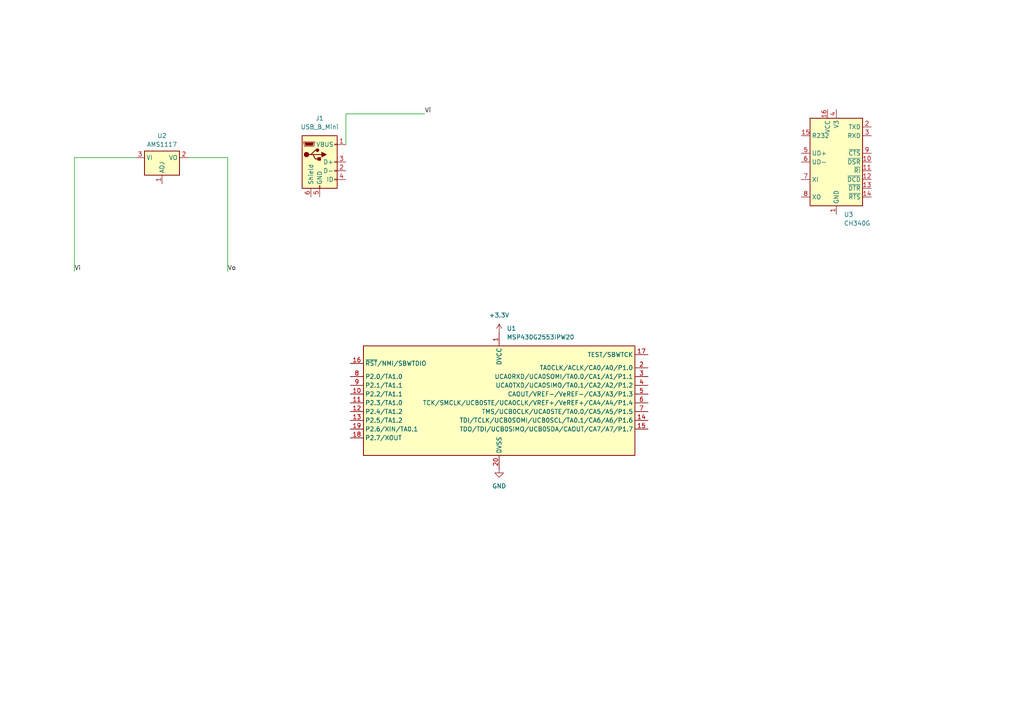
<source format=kicad_sch>
(kicad_sch
	(version 20231120)
	(generator "eeschema")
	(generator_version "8.0")
	(uuid "c62bcfe7-30a1-4857-b645-a89b3e882dad")
	(paper "A4")
	(lib_symbols
		(symbol "Connector:USB_B_Mini"
			(pin_names
				(offset 1.016)
			)
			(exclude_from_sim no)
			(in_bom yes)
			(on_board yes)
			(property "Reference" "J"
				(at -5.08 11.43 0)
				(effects
					(font
						(size 1.27 1.27)
					)
					(justify left)
				)
			)
			(property "Value" "USB_B_Mini"
				(at -5.08 8.89 0)
				(effects
					(font
						(size 1.27 1.27)
					)
					(justify left)
				)
			)
			(property "Footprint" ""
				(at 3.81 -1.27 0)
				(effects
					(font
						(size 1.27 1.27)
					)
					(hide yes)
				)
			)
			(property "Datasheet" "~"
				(at 3.81 -1.27 0)
				(effects
					(font
						(size 1.27 1.27)
					)
					(hide yes)
				)
			)
			(property "Description" "USB Mini Type B connector"
				(at 0 0 0)
				(effects
					(font
						(size 1.27 1.27)
					)
					(hide yes)
				)
			)
			(property "ki_keywords" "connector USB mini"
				(at 0 0 0)
				(effects
					(font
						(size 1.27 1.27)
					)
					(hide yes)
				)
			)
			(property "ki_fp_filters" "USB*"
				(at 0 0 0)
				(effects
					(font
						(size 1.27 1.27)
					)
					(hide yes)
				)
			)
			(symbol "USB_B_Mini_0_1"
				(rectangle
					(start -5.08 -7.62)
					(end 5.08 7.62)
					(stroke
						(width 0.254)
						(type default)
					)
					(fill
						(type background)
					)
				)
				(circle
					(center -3.81 2.159)
					(radius 0.635)
					(stroke
						(width 0.254)
						(type default)
					)
					(fill
						(type outline)
					)
				)
				(circle
					(center -0.635 3.429)
					(radius 0.381)
					(stroke
						(width 0.254)
						(type default)
					)
					(fill
						(type outline)
					)
				)
				(rectangle
					(start -0.127 -7.62)
					(end 0.127 -6.858)
					(stroke
						(width 0)
						(type default)
					)
					(fill
						(type none)
					)
				)
				(polyline
					(pts
						(xy -1.905 2.159) (xy 0.635 2.159)
					)
					(stroke
						(width 0.254)
						(type default)
					)
					(fill
						(type none)
					)
				)
				(polyline
					(pts
						(xy -3.175 2.159) (xy -2.54 2.159) (xy -1.27 3.429) (xy -0.635 3.429)
					)
					(stroke
						(width 0.254)
						(type default)
					)
					(fill
						(type none)
					)
				)
				(polyline
					(pts
						(xy -2.54 2.159) (xy -1.905 2.159) (xy -1.27 0.889) (xy 0 0.889)
					)
					(stroke
						(width 0.254)
						(type default)
					)
					(fill
						(type none)
					)
				)
				(polyline
					(pts
						(xy 0.635 2.794) (xy 0.635 1.524) (xy 1.905 2.159) (xy 0.635 2.794)
					)
					(stroke
						(width 0.254)
						(type default)
					)
					(fill
						(type outline)
					)
				)
				(polyline
					(pts
						(xy -4.318 5.588) (xy -1.778 5.588) (xy -2.032 4.826) (xy -4.064 4.826) (xy -4.318 5.588)
					)
					(stroke
						(width 0)
						(type default)
					)
					(fill
						(type outline)
					)
				)
				(polyline
					(pts
						(xy -4.699 5.842) (xy -4.699 5.588) (xy -4.445 4.826) (xy -4.445 4.572) (xy -1.651 4.572) (xy -1.651 4.826)
						(xy -1.397 5.588) (xy -1.397 5.842) (xy -4.699 5.842)
					)
					(stroke
						(width 0)
						(type default)
					)
					(fill
						(type none)
					)
				)
				(rectangle
					(start 0.254 1.27)
					(end -0.508 0.508)
					(stroke
						(width 0.254)
						(type default)
					)
					(fill
						(type outline)
					)
				)
				(rectangle
					(start 5.08 -5.207)
					(end 4.318 -4.953)
					(stroke
						(width 0)
						(type default)
					)
					(fill
						(type none)
					)
				)
				(rectangle
					(start 5.08 -2.667)
					(end 4.318 -2.413)
					(stroke
						(width 0)
						(type default)
					)
					(fill
						(type none)
					)
				)
				(rectangle
					(start 5.08 -0.127)
					(end 4.318 0.127)
					(stroke
						(width 0)
						(type default)
					)
					(fill
						(type none)
					)
				)
				(rectangle
					(start 5.08 4.953)
					(end 4.318 5.207)
					(stroke
						(width 0)
						(type default)
					)
					(fill
						(type none)
					)
				)
			)
			(symbol "USB_B_Mini_1_1"
				(pin power_out line
					(at 7.62 5.08 180)
					(length 2.54)
					(name "VBUS"
						(effects
							(font
								(size 1.27 1.27)
							)
						)
					)
					(number "1"
						(effects
							(font
								(size 1.27 1.27)
							)
						)
					)
				)
				(pin bidirectional line
					(at 7.62 -2.54 180)
					(length 2.54)
					(name "D-"
						(effects
							(font
								(size 1.27 1.27)
							)
						)
					)
					(number "2"
						(effects
							(font
								(size 1.27 1.27)
							)
						)
					)
				)
				(pin bidirectional line
					(at 7.62 0 180)
					(length 2.54)
					(name "D+"
						(effects
							(font
								(size 1.27 1.27)
							)
						)
					)
					(number "3"
						(effects
							(font
								(size 1.27 1.27)
							)
						)
					)
				)
				(pin passive line
					(at 7.62 -5.08 180)
					(length 2.54)
					(name "ID"
						(effects
							(font
								(size 1.27 1.27)
							)
						)
					)
					(number "4"
						(effects
							(font
								(size 1.27 1.27)
							)
						)
					)
				)
				(pin power_out line
					(at 0 -10.16 90)
					(length 2.54)
					(name "GND"
						(effects
							(font
								(size 1.27 1.27)
							)
						)
					)
					(number "5"
						(effects
							(font
								(size 1.27 1.27)
							)
						)
					)
				)
				(pin passive line
					(at -2.54 -10.16 90)
					(length 2.54)
					(name "Shield"
						(effects
							(font
								(size 1.27 1.27)
							)
						)
					)
					(number "6"
						(effects
							(font
								(size 1.27 1.27)
							)
						)
					)
				)
			)
		)
		(symbol "Interface_USB:CH340G"
			(exclude_from_sim no)
			(in_bom yes)
			(on_board yes)
			(property "Reference" "U"
				(at -5.08 13.97 0)
				(effects
					(font
						(size 1.27 1.27)
					)
					(justify right)
				)
			)
			(property "Value" "CH340G"
				(at 1.27 13.97 0)
				(effects
					(font
						(size 1.27 1.27)
					)
					(justify left)
				)
			)
			(property "Footprint" "Package_SO:SOIC-16_3.9x9.9mm_P1.27mm"
				(at 1.27 -13.97 0)
				(effects
					(font
						(size 1.27 1.27)
					)
					(justify left)
					(hide yes)
				)
			)
			(property "Datasheet" "http://www.datasheet5.com/pdf-local-2195953"
				(at -8.89 20.32 0)
				(effects
					(font
						(size 1.27 1.27)
					)
					(hide yes)
				)
			)
			(property "Description" "USB serial converter, UART, SOIC-16"
				(at 0 0 0)
				(effects
					(font
						(size 1.27 1.27)
					)
					(hide yes)
				)
			)
			(property "ki_keywords" "USB UART Serial Converter Interface"
				(at 0 0 0)
				(effects
					(font
						(size 1.27 1.27)
					)
					(hide yes)
				)
			)
			(property "ki_fp_filters" "SOIC*3.9x9.9mm*P1.27mm*"
				(at 0 0 0)
				(effects
					(font
						(size 1.27 1.27)
					)
					(hide yes)
				)
			)
			(symbol "CH340G_0_1"
				(rectangle
					(start -7.62 12.7)
					(end 7.62 -12.7)
					(stroke
						(width 0.254)
						(type default)
					)
					(fill
						(type background)
					)
				)
			)
			(symbol "CH340G_1_1"
				(pin power_in line
					(at 0 -15.24 90)
					(length 2.54)
					(name "GND"
						(effects
							(font
								(size 1.27 1.27)
							)
						)
					)
					(number "1"
						(effects
							(font
								(size 1.27 1.27)
							)
						)
					)
				)
				(pin input line
					(at 10.16 0 180)
					(length 2.54)
					(name "~{DSR}"
						(effects
							(font
								(size 1.27 1.27)
							)
						)
					)
					(number "10"
						(effects
							(font
								(size 1.27 1.27)
							)
						)
					)
				)
				(pin input line
					(at 10.16 -2.54 180)
					(length 2.54)
					(name "~{RI}"
						(effects
							(font
								(size 1.27 1.27)
							)
						)
					)
					(number "11"
						(effects
							(font
								(size 1.27 1.27)
							)
						)
					)
				)
				(pin input line
					(at 10.16 -5.08 180)
					(length 2.54)
					(name "~{DCD}"
						(effects
							(font
								(size 1.27 1.27)
							)
						)
					)
					(number "12"
						(effects
							(font
								(size 1.27 1.27)
							)
						)
					)
				)
				(pin output line
					(at 10.16 -7.62 180)
					(length 2.54)
					(name "~{DTR}"
						(effects
							(font
								(size 1.27 1.27)
							)
						)
					)
					(number "13"
						(effects
							(font
								(size 1.27 1.27)
							)
						)
					)
				)
				(pin output line
					(at 10.16 -10.16 180)
					(length 2.54)
					(name "~{RTS}"
						(effects
							(font
								(size 1.27 1.27)
							)
						)
					)
					(number "14"
						(effects
							(font
								(size 1.27 1.27)
							)
						)
					)
				)
				(pin input line
					(at -10.16 7.62 0)
					(length 2.54)
					(name "R232"
						(effects
							(font
								(size 1.27 1.27)
							)
						)
					)
					(number "15"
						(effects
							(font
								(size 1.27 1.27)
							)
						)
					)
				)
				(pin power_in line
					(at -2.54 15.24 270)
					(length 2.54)
					(name "VCC"
						(effects
							(font
								(size 1.27 1.27)
							)
						)
					)
					(number "16"
						(effects
							(font
								(size 1.27 1.27)
							)
						)
					)
				)
				(pin output line
					(at 10.16 10.16 180)
					(length 2.54)
					(name "TXD"
						(effects
							(font
								(size 1.27 1.27)
							)
						)
					)
					(number "2"
						(effects
							(font
								(size 1.27 1.27)
							)
						)
					)
				)
				(pin input line
					(at 10.16 7.62 180)
					(length 2.54)
					(name "RXD"
						(effects
							(font
								(size 1.27 1.27)
							)
						)
					)
					(number "3"
						(effects
							(font
								(size 1.27 1.27)
							)
						)
					)
				)
				(pin power_out line
					(at 0 15.24 270)
					(length 2.54)
					(name "V3"
						(effects
							(font
								(size 1.27 1.27)
							)
						)
					)
					(number "4"
						(effects
							(font
								(size 1.27 1.27)
							)
						)
					)
				)
				(pin bidirectional line
					(at -10.16 2.54 0)
					(length 2.54)
					(name "UD+"
						(effects
							(font
								(size 1.27 1.27)
							)
						)
					)
					(number "5"
						(effects
							(font
								(size 1.27 1.27)
							)
						)
					)
				)
				(pin bidirectional line
					(at -10.16 0 0)
					(length 2.54)
					(name "UD-"
						(effects
							(font
								(size 1.27 1.27)
							)
						)
					)
					(number "6"
						(effects
							(font
								(size 1.27 1.27)
							)
						)
					)
				)
				(pin input line
					(at -10.16 -5.08 0)
					(length 2.54)
					(name "XI"
						(effects
							(font
								(size 1.27 1.27)
							)
						)
					)
					(number "7"
						(effects
							(font
								(size 1.27 1.27)
							)
						)
					)
				)
				(pin output line
					(at -10.16 -10.16 0)
					(length 2.54)
					(name "XO"
						(effects
							(font
								(size 1.27 1.27)
							)
						)
					)
					(number "8"
						(effects
							(font
								(size 1.27 1.27)
							)
						)
					)
				)
				(pin input line
					(at 10.16 2.54 180)
					(length 2.54)
					(name "~{CTS}"
						(effects
							(font
								(size 1.27 1.27)
							)
						)
					)
					(number "9"
						(effects
							(font
								(size 1.27 1.27)
							)
						)
					)
				)
			)
		)
		(symbol "MCU_Texas_MSP430:MSP430G2553IPW20"
			(exclude_from_sim no)
			(in_bom yes)
			(on_board yes)
			(property "Reference" "U"
				(at -38.1 17.78 0)
				(effects
					(font
						(size 1.27 1.27)
					)
				)
			)
			(property "Value" "MSP430G2553IPW20"
				(at 31.75 -16.51 0)
				(effects
					(font
						(size 1.27 1.27)
					)
				)
			)
			(property "Footprint" "Package_SO:TSSOP-20_4.4x6.5mm_P0.65mm"
				(at -36.83 -13.97 0)
				(effects
					(font
						(size 1.27 1.27)
						(italic yes)
					)
					(hide yes)
				)
			)
			(property "Datasheet" "http://www.ti.com/lit/ds/symlink/msp430g2553.pdf"
				(at -1.27 0 0)
				(effects
					(font
						(size 1.27 1.27)
					)
					(hide yes)
				)
			)
			(property "Description" "16kB Flash, 512B RAM, TSSOP-20"
				(at 0 0 0)
				(effects
					(font
						(size 1.27 1.27)
					)
					(hide yes)
				)
			)
			(property "ki_keywords" "TI MSP430 16-bit mixed signal microcontroller"
				(at 0 0 0)
				(effects
					(font
						(size 1.27 1.27)
					)
					(hide yes)
				)
			)
			(property "ki_fp_filters" "TSSOP*4.4x6.5mm*P0.65mm*"
				(at 0 0 0)
				(effects
					(font
						(size 1.27 1.27)
					)
					(hide yes)
				)
			)
			(symbol "MSP430G2553IPW20_0_1"
				(rectangle
					(start -39.37 16.51)
					(end 39.37 -15.24)
					(stroke
						(width 0.254)
						(type default)
					)
					(fill
						(type background)
					)
				)
			)
			(symbol "MSP430G2553IPW20_1_1"
				(pin power_in line
					(at 0 20.32 270)
					(length 3.81)
					(name "DVCC"
						(effects
							(font
								(size 1.27 1.27)
							)
						)
					)
					(number "1"
						(effects
							(font
								(size 1.27 1.27)
							)
						)
					)
				)
				(pin bidirectional line
					(at -43.18 2.54 0)
					(length 3.81)
					(name "P2.2/TA1.1"
						(effects
							(font
								(size 1.27 1.27)
							)
						)
					)
					(number "10"
						(effects
							(font
								(size 1.27 1.27)
							)
						)
					)
				)
				(pin bidirectional line
					(at -43.18 0 0)
					(length 3.81)
					(name "P2.3/TA1.0"
						(effects
							(font
								(size 1.27 1.27)
							)
						)
					)
					(number "11"
						(effects
							(font
								(size 1.27 1.27)
							)
						)
					)
				)
				(pin bidirectional line
					(at -43.18 -2.54 0)
					(length 3.81)
					(name "P2.4/TA1.2"
						(effects
							(font
								(size 1.27 1.27)
							)
						)
					)
					(number "12"
						(effects
							(font
								(size 1.27 1.27)
							)
						)
					)
				)
				(pin bidirectional line
					(at -43.18 -5.08 0)
					(length 3.81)
					(name "P2.5/TA1.2"
						(effects
							(font
								(size 1.27 1.27)
							)
						)
					)
					(number "13"
						(effects
							(font
								(size 1.27 1.27)
							)
						)
					)
				)
				(pin bidirectional line
					(at 43.18 -5.08 180)
					(length 3.81)
					(name "TDI/TCLK/UCB0SOMI/UCB0SCL/TA0.1/CA6/A6/P1.6"
						(effects
							(font
								(size 1.27 1.27)
							)
						)
					)
					(number "14"
						(effects
							(font
								(size 1.27 1.27)
							)
						)
					)
				)
				(pin bidirectional line
					(at 43.18 -7.62 180)
					(length 3.81)
					(name "TDO/TDI/UCB0SIMO/UCB0SDA/CAOUT/CA7/A7/P1.7"
						(effects
							(font
								(size 1.27 1.27)
							)
						)
					)
					(number "15"
						(effects
							(font
								(size 1.27 1.27)
							)
						)
					)
				)
				(pin input line
					(at -43.18 11.43 0)
					(length 3.81)
					(name "~{RST}/NMI/SBWTDIO"
						(effects
							(font
								(size 1.27 1.27)
							)
						)
					)
					(number "16"
						(effects
							(font
								(size 1.27 1.27)
							)
						)
					)
				)
				(pin input line
					(at 43.18 13.97 180)
					(length 3.81)
					(name "TEST/SBWTCK"
						(effects
							(font
								(size 1.27 1.27)
							)
						)
					)
					(number "17"
						(effects
							(font
								(size 1.27 1.27)
							)
						)
					)
				)
				(pin bidirectional line
					(at -43.18 -10.16 0)
					(length 3.81)
					(name "P2.7/XOUT"
						(effects
							(font
								(size 1.27 1.27)
							)
						)
					)
					(number "18"
						(effects
							(font
								(size 1.27 1.27)
							)
						)
					)
				)
				(pin bidirectional line
					(at -43.18 -7.62 0)
					(length 3.81)
					(name "P2.6/XIN/TA0.1"
						(effects
							(font
								(size 1.27 1.27)
							)
						)
					)
					(number "19"
						(effects
							(font
								(size 1.27 1.27)
							)
						)
					)
				)
				(pin bidirectional line
					(at 43.18 10.16 180)
					(length 3.81)
					(name "TA0CLK/ACLK/CA0/A0/P1.0"
						(effects
							(font
								(size 1.27 1.27)
							)
						)
					)
					(number "2"
						(effects
							(font
								(size 1.27 1.27)
							)
						)
					)
				)
				(pin power_in line
					(at 0 -19.05 90)
					(length 3.81)
					(name "DVSS"
						(effects
							(font
								(size 1.27 1.27)
							)
						)
					)
					(number "20"
						(effects
							(font
								(size 1.27 1.27)
							)
						)
					)
				)
				(pin bidirectional line
					(at 43.18 7.62 180)
					(length 3.81)
					(name "UCA0RXD/UCA0SOMI/TA0.0/CA1/A1/P1.1"
						(effects
							(font
								(size 1.27 1.27)
							)
						)
					)
					(number "3"
						(effects
							(font
								(size 1.27 1.27)
							)
						)
					)
				)
				(pin bidirectional line
					(at 43.18 5.08 180)
					(length 3.81)
					(name "UCA0TXD/UCA0SIMO/TA0.1/CA2/A2/P1.2"
						(effects
							(font
								(size 1.27 1.27)
							)
						)
					)
					(number "4"
						(effects
							(font
								(size 1.27 1.27)
							)
						)
					)
				)
				(pin bidirectional line
					(at 43.18 2.54 180)
					(length 3.81)
					(name "CAOUT/VREF-/VeREF-/CA3/A3/P1.3"
						(effects
							(font
								(size 1.27 1.27)
							)
						)
					)
					(number "5"
						(effects
							(font
								(size 1.27 1.27)
							)
						)
					)
				)
				(pin bidirectional line
					(at 43.18 0 180)
					(length 3.81)
					(name "TCK/SMCLK/UCB0STE/UCA0CLK/VREF+/VeREF+/CA4/A4/P1.4"
						(effects
							(font
								(size 1.27 1.27)
							)
						)
					)
					(number "6"
						(effects
							(font
								(size 1.27 1.27)
							)
						)
					)
				)
				(pin bidirectional line
					(at 43.18 -2.54 180)
					(length 3.81)
					(name "TMS/UCB0CLK/UCA0STE/TA0.0/CA5/A5/P1.5"
						(effects
							(font
								(size 1.27 1.27)
							)
						)
					)
					(number "7"
						(effects
							(font
								(size 1.27 1.27)
							)
						)
					)
				)
				(pin bidirectional line
					(at -43.18 7.62 0)
					(length 3.81)
					(name "P2.0/TA1.0"
						(effects
							(font
								(size 1.27 1.27)
							)
						)
					)
					(number "8"
						(effects
							(font
								(size 1.27 1.27)
							)
						)
					)
				)
				(pin bidirectional line
					(at -43.18 5.08 0)
					(length 3.81)
					(name "P2.1/TA1.1"
						(effects
							(font
								(size 1.27 1.27)
							)
						)
					)
					(number "9"
						(effects
							(font
								(size 1.27 1.27)
							)
						)
					)
				)
			)
		)
		(symbol "Regulator_Linear:AMS1117"
			(exclude_from_sim no)
			(in_bom yes)
			(on_board yes)
			(property "Reference" "U"
				(at -3.81 3.175 0)
				(effects
					(font
						(size 1.27 1.27)
					)
				)
			)
			(property "Value" "AMS1117"
				(at 0 3.175 0)
				(effects
					(font
						(size 1.27 1.27)
					)
					(justify left)
				)
			)
			(property "Footprint" "Package_TO_SOT_SMD:SOT-223-3_TabPin2"
				(at 0 5.08 0)
				(effects
					(font
						(size 1.27 1.27)
					)
					(hide yes)
				)
			)
			(property "Datasheet" "http://www.advanced-monolithic.com/pdf/ds1117.pdf"
				(at 2.54 -6.35 0)
				(effects
					(font
						(size 1.27 1.27)
					)
					(hide yes)
				)
			)
			(property "Description" "1A Low Dropout regulator, positive, adjustable output, SOT-223"
				(at 0 0 0)
				(effects
					(font
						(size 1.27 1.27)
					)
					(hide yes)
				)
			)
			(property "ki_keywords" "linear regulator ldo adjustable positive"
				(at 0 0 0)
				(effects
					(font
						(size 1.27 1.27)
					)
					(hide yes)
				)
			)
			(property "ki_fp_filters" "SOT?223*TabPin2*"
				(at 0 0 0)
				(effects
					(font
						(size 1.27 1.27)
					)
					(hide yes)
				)
			)
			(symbol "AMS1117_0_1"
				(rectangle
					(start -5.08 -5.08)
					(end 5.08 1.905)
					(stroke
						(width 0.254)
						(type default)
					)
					(fill
						(type background)
					)
				)
			)
			(symbol "AMS1117_1_1"
				(pin input line
					(at 0 -7.62 90)
					(length 2.54)
					(name "ADJ"
						(effects
							(font
								(size 1.27 1.27)
							)
						)
					)
					(number "1"
						(effects
							(font
								(size 1.27 1.27)
							)
						)
					)
				)
				(pin power_out line
					(at 7.62 0 180)
					(length 2.54)
					(name "VO"
						(effects
							(font
								(size 1.27 1.27)
							)
						)
					)
					(number "2"
						(effects
							(font
								(size 1.27 1.27)
							)
						)
					)
				)
				(pin power_in line
					(at -7.62 0 0)
					(length 2.54)
					(name "VI"
						(effects
							(font
								(size 1.27 1.27)
							)
						)
					)
					(number "3"
						(effects
							(font
								(size 1.27 1.27)
							)
						)
					)
				)
			)
		)
		(symbol "power:+3.3V"
			(power)
			(pin_numbers hide)
			(pin_names
				(offset 0) hide)
			(exclude_from_sim no)
			(in_bom yes)
			(on_board yes)
			(property "Reference" "#PWR"
				(at 0 -3.81 0)
				(effects
					(font
						(size 1.27 1.27)
					)
					(hide yes)
				)
			)
			(property "Value" "+3.3V"
				(at 0 3.556 0)
				(effects
					(font
						(size 1.27 1.27)
					)
				)
			)
			(property "Footprint" ""
				(at 0 0 0)
				(effects
					(font
						(size 1.27 1.27)
					)
					(hide yes)
				)
			)
			(property "Datasheet" ""
				(at 0 0 0)
				(effects
					(font
						(size 1.27 1.27)
					)
					(hide yes)
				)
			)
			(property "Description" "Power symbol creates a global label with name \"+3.3V\""
				(at 0 0 0)
				(effects
					(font
						(size 1.27 1.27)
					)
					(hide yes)
				)
			)
			(property "ki_keywords" "global power"
				(at 0 0 0)
				(effects
					(font
						(size 1.27 1.27)
					)
					(hide yes)
				)
			)
			(symbol "+3.3V_0_1"
				(polyline
					(pts
						(xy -0.762 1.27) (xy 0 2.54)
					)
					(stroke
						(width 0)
						(type default)
					)
					(fill
						(type none)
					)
				)
				(polyline
					(pts
						(xy 0 0) (xy 0 2.54)
					)
					(stroke
						(width 0)
						(type default)
					)
					(fill
						(type none)
					)
				)
				(polyline
					(pts
						(xy 0 2.54) (xy 0.762 1.27)
					)
					(stroke
						(width 0)
						(type default)
					)
					(fill
						(type none)
					)
				)
			)
			(symbol "+3.3V_1_1"
				(pin power_in line
					(at 0 0 90)
					(length 0)
					(name "~"
						(effects
							(font
								(size 1.27 1.27)
							)
						)
					)
					(number "1"
						(effects
							(font
								(size 1.27 1.27)
							)
						)
					)
				)
			)
		)
		(symbol "power:GND"
			(power)
			(pin_numbers hide)
			(pin_names
				(offset 0) hide)
			(exclude_from_sim no)
			(in_bom yes)
			(on_board yes)
			(property "Reference" "#PWR"
				(at 0 -6.35 0)
				(effects
					(font
						(size 1.27 1.27)
					)
					(hide yes)
				)
			)
			(property "Value" "GND"
				(at 0 -3.81 0)
				(effects
					(font
						(size 1.27 1.27)
					)
				)
			)
			(property "Footprint" ""
				(at 0 0 0)
				(effects
					(font
						(size 1.27 1.27)
					)
					(hide yes)
				)
			)
			(property "Datasheet" ""
				(at 0 0 0)
				(effects
					(font
						(size 1.27 1.27)
					)
					(hide yes)
				)
			)
			(property "Description" "Power symbol creates a global label with name \"GND\" , ground"
				(at 0 0 0)
				(effects
					(font
						(size 1.27 1.27)
					)
					(hide yes)
				)
			)
			(property "ki_keywords" "global power"
				(at 0 0 0)
				(effects
					(font
						(size 1.27 1.27)
					)
					(hide yes)
				)
			)
			(symbol "GND_0_1"
				(polyline
					(pts
						(xy 0 0) (xy 0 -1.27) (xy 1.27 -1.27) (xy 0 -2.54) (xy -1.27 -1.27) (xy 0 -1.27)
					)
					(stroke
						(width 0)
						(type default)
					)
					(fill
						(type none)
					)
				)
			)
			(symbol "GND_1_1"
				(pin power_in line
					(at 0 0 270)
					(length 0)
					(name "~"
						(effects
							(font
								(size 1.27 1.27)
							)
						)
					)
					(number "1"
						(effects
							(font
								(size 1.27 1.27)
							)
						)
					)
				)
			)
		)
	)
	(wire
		(pts
			(xy 100.33 33.02) (xy 123.19 33.02)
		)
		(stroke
			(width 0)
			(type default)
		)
		(uuid "10ed8354-6f84-4af8-85b1-9b6f4031fe15")
	)
	(wire
		(pts
			(xy 21.59 45.72) (xy 21.59 78.74)
		)
		(stroke
			(width 0)
			(type default)
		)
		(uuid "24be09cd-b288-408b-851f-a987d44b121d")
	)
	(wire
		(pts
			(xy 39.37 45.72) (xy 21.59 45.72)
		)
		(stroke
			(width 0)
			(type default)
		)
		(uuid "aa29eaab-0ebf-470f-a9f8-3512e61d2735")
	)
	(wire
		(pts
			(xy 66.04 45.72) (xy 66.04 78.74)
		)
		(stroke
			(width 0)
			(type default)
		)
		(uuid "ce52eee4-63bc-4daf-b733-e88ad259fb95")
	)
	(wire
		(pts
			(xy 54.61 45.72) (xy 66.04 45.72)
		)
		(stroke
			(width 0)
			(type default)
		)
		(uuid "f5f480a2-78db-4f8b-a2f0-5e382c2f74de")
	)
	(wire
		(pts
			(xy 100.33 41.91) (xy 100.33 33.02)
		)
		(stroke
			(width 0)
			(type default)
		)
		(uuid "f8366fc8-c801-49ae-aa16-6a9bd782f597")
	)
	(label "Vi"
		(at 123.19 33.02 0)
		(fields_autoplaced yes)
		(effects
			(font
				(size 1.27 1.27)
			)
			(justify left bottom)
		)
		(uuid "39f34ab4-edf5-46a8-b3fa-75ae35341d42")
	)
	(label "Vi"
		(at 21.59 78.74 0)
		(fields_autoplaced yes)
		(effects
			(font
				(size 1.27 1.27)
			)
			(justify left bottom)
		)
		(uuid "4e2392cd-09e9-45fa-919c-a3c8ba9b8b90")
	)
	(label "Vo"
		(at 66.04 78.74 0)
		(fields_autoplaced yes)
		(effects
			(font
				(size 1.27 1.27)
			)
			(justify left bottom)
		)
		(uuid "df884d20-80de-402c-a37d-1697d7e74241")
	)
	(symbol
		(lib_id "power:GND")
		(at 144.78 135.89 0)
		(unit 1)
		(exclude_from_sim no)
		(in_bom yes)
		(on_board yes)
		(dnp no)
		(fields_autoplaced yes)
		(uuid "04dd740d-b74e-4d75-a57d-50ed6f0a6c06")
		(property "Reference" "#PWR01"
			(at 144.78 142.24 0)
			(effects
				(font
					(size 1.27 1.27)
				)
				(hide yes)
			)
		)
		(property "Value" "GND"
			(at 144.78 140.97 0)
			(effects
				(font
					(size 1.27 1.27)
				)
			)
		)
		(property "Footprint" ""
			(at 144.78 135.89 0)
			(effects
				(font
					(size 1.27 1.27)
				)
				(hide yes)
			)
		)
		(property "Datasheet" ""
			(at 144.78 135.89 0)
			(effects
				(font
					(size 1.27 1.27)
				)
				(hide yes)
			)
		)
		(property "Description" "Power symbol creates a global label with name \"GND\" , ground"
			(at 144.78 135.89 0)
			(effects
				(font
					(size 1.27 1.27)
				)
				(hide yes)
			)
		)
		(pin "1"
			(uuid "bf0953db-4e00-4b8e-abb0-bf5133702e00")
		)
		(instances
			(project "testsch"
				(path "/c62bcfe7-30a1-4857-b645-a89b3e882dad"
					(reference "#PWR01")
					(unit 1)
				)
			)
		)
	)
	(symbol
		(lib_id "MCU_Texas_MSP430:MSP430G2553IPW20")
		(at 144.78 116.84 0)
		(unit 1)
		(exclude_from_sim no)
		(in_bom yes)
		(on_board yes)
		(dnp no)
		(fields_autoplaced yes)
		(uuid "130d32b1-eace-4c96-90bb-505744892bb9")
		(property "Reference" "U1"
			(at 146.9741 95.25 0)
			(effects
				(font
					(size 1.27 1.27)
				)
				(justify left)
			)
		)
		(property "Value" "MSP430G2553IPW20"
			(at 146.9741 97.79 0)
			(effects
				(font
					(size 1.27 1.27)
				)
				(justify left)
			)
		)
		(property "Footprint" "Package_SO:TSSOP-20_4.4x6.5mm_P0.65mm"
			(at 107.95 130.81 0)
			(effects
				(font
					(size 1.27 1.27)
					(italic yes)
				)
				(hide yes)
			)
		)
		(property "Datasheet" "http://www.ti.com/lit/ds/symlink/msp430g2553.pdf"
			(at 143.51 116.84 0)
			(effects
				(font
					(size 1.27 1.27)
				)
				(hide yes)
			)
		)
		(property "Description" "16kB Flash, 512B RAM, TSSOP-20"
			(at 144.78 116.84 0)
			(effects
				(font
					(size 1.27 1.27)
				)
				(hide yes)
			)
		)
		(pin "13"
			(uuid "b4e2f91d-a38f-441a-94c8-d8f9caacf410")
		)
		(pin "9"
			(uuid "ee0a2dde-a7b9-4714-8ab0-3a424ed15a1b")
		)
		(pin "1"
			(uuid "58508fef-e88c-4587-bb61-5a57e50cc65a")
		)
		(pin "2"
			(uuid "1addff92-f444-44d0-9e4d-a34297512e86")
		)
		(pin "20"
			(uuid "91cbcea3-d389-46e5-aa6e-9bf344cf4991")
		)
		(pin "8"
			(uuid "d877589b-58bf-44ae-bd52-ccad61ae1d07")
		)
		(pin "10"
			(uuid "916de82f-6974-423d-88cd-d9c01420cbf9")
		)
		(pin "11"
			(uuid "d26ba5e8-3418-4674-b2d5-c36951cb57d9")
		)
		(pin "3"
			(uuid "466a582d-cab4-48b6-bf1a-9a0bcbb73792")
		)
		(pin "19"
			(uuid "1be34343-aad4-4510-be88-eb4ceb5fca74")
		)
		(pin "18"
			(uuid "e6fc07f7-9917-4895-a636-aa6e750f6e9a")
		)
		(pin "12"
			(uuid "e79d42af-cfa5-4ac0-bf5e-f58e5fdf8169")
		)
		(pin "15"
			(uuid "e8e6d53a-473f-4352-9fda-e32eb8988def")
		)
		(pin "7"
			(uuid "f7f1c852-6c84-4894-a524-9bc2f81291d4")
		)
		(pin "14"
			(uuid "7e7eadb7-b145-4c4f-b708-adbd21c2ba9b")
		)
		(pin "17"
			(uuid "75a5e805-fd20-4619-8da9-5aed392cfdf1")
		)
		(pin "16"
			(uuid "7443e7a2-aef9-4be3-94e6-d67de408b4d6")
		)
		(pin "6"
			(uuid "71c99581-59c1-42d2-bc5e-0bea1ea22f48")
		)
		(pin "5"
			(uuid "cbdf6c23-624d-43b3-8947-47b695d66358")
		)
		(pin "4"
			(uuid "e1fd347b-64a0-4faa-8642-0daa78bdf577")
		)
		(instances
			(project "testsch"
				(path "/c62bcfe7-30a1-4857-b645-a89b3e882dad"
					(reference "U1")
					(unit 1)
				)
			)
		)
	)
	(symbol
		(lib_id "Interface_USB:CH340G")
		(at 242.57 46.99 0)
		(unit 1)
		(exclude_from_sim no)
		(in_bom yes)
		(on_board yes)
		(dnp no)
		(fields_autoplaced yes)
		(uuid "587ef30b-0fca-4ffc-b8f7-bf60f98d31ab")
		(property "Reference" "U3"
			(at 244.7641 62.23 0)
			(effects
				(font
					(size 1.27 1.27)
				)
				(justify left)
			)
		)
		(property "Value" "CH340G"
			(at 244.7641 64.77 0)
			(effects
				(font
					(size 1.27 1.27)
				)
				(justify left)
			)
		)
		(property "Footprint" "Package_SO:SOIC-16_3.9x9.9mm_P1.27mm"
			(at 243.84 60.96 0)
			(effects
				(font
					(size 1.27 1.27)
				)
				(justify left)
				(hide yes)
			)
		)
		(property "Datasheet" "http://www.datasheet5.com/pdf-local-2195953"
			(at 233.68 26.67 0)
			(effects
				(font
					(size 1.27 1.27)
				)
				(hide yes)
			)
		)
		(property "Description" "USB serial converter, UART, SOIC-16"
			(at 242.57 46.99 0)
			(effects
				(font
					(size 1.27 1.27)
				)
				(hide yes)
			)
		)
		(pin "6"
			(uuid "9cd1a587-6bba-43c7-a044-97ce68c759b6")
		)
		(pin "1"
			(uuid "135665d1-2ce2-44f3-bc86-0fadda2ca25a")
		)
		(pin "15"
			(uuid "c5ffc5c6-8bef-4c4f-bb97-df2dc9e72326")
		)
		(pin "16"
			(uuid "e682c981-18ca-4f4f-a498-cf62a8de8940")
		)
		(pin "2"
			(uuid "70d083d5-f395-43dd-91d6-bcd0abaf1e68")
		)
		(pin "9"
			(uuid "3900431b-1f7f-462f-8184-b8a6b224167a")
		)
		(pin "11"
			(uuid "0273618e-2c00-49c1-826d-5e8647bf6368")
		)
		(pin "5"
			(uuid "a35e36af-778c-4013-a517-0a06bd382cc9")
		)
		(pin "12"
			(uuid "6cc1276e-6efc-4710-b344-b35d519c8766")
		)
		(pin "10"
			(uuid "58f95381-13b1-4e3c-b2c6-6dae1befe039")
		)
		(pin "13"
			(uuid "c07b9a08-f2d9-41b7-b44c-7e82594a7e8d")
		)
		(pin "14"
			(uuid "c5880734-4147-42e9-97a3-c2fed9697422")
		)
		(pin "3"
			(uuid "c45b4d53-6fb2-4b6c-afda-2fecd8ee9674")
		)
		(pin "4"
			(uuid "cc7611db-4aee-4694-8e46-19ba15e373e9")
		)
		(pin "8"
			(uuid "637cb125-62f6-4ffa-9035-ecbd6e68df91")
		)
		(pin "7"
			(uuid "868ad69e-2f4a-4160-8ec9-8d0834fad101")
		)
		(instances
			(project "testsch"
				(path "/c62bcfe7-30a1-4857-b645-a89b3e882dad"
					(reference "U3")
					(unit 1)
				)
			)
		)
	)
	(symbol
		(lib_id "Connector:USB_B_Mini")
		(at 92.71 46.99 0)
		(unit 1)
		(exclude_from_sim no)
		(in_bom yes)
		(on_board yes)
		(dnp no)
		(fields_autoplaced yes)
		(uuid "8cacbdf0-6827-4d8a-9b76-0f00b52499a3")
		(property "Reference" "J1"
			(at 92.71 34.29 0)
			(effects
				(font
					(size 1.27 1.27)
				)
			)
		)
		(property "Value" "USB_B_Mini"
			(at 92.71 36.83 0)
			(effects
				(font
					(size 1.27 1.27)
				)
			)
		)
		(property "Footprint" ""
			(at 96.52 48.26 0)
			(effects
				(font
					(size 1.27 1.27)
				)
				(hide yes)
			)
		)
		(property "Datasheet" "~"
			(at 96.52 48.26 0)
			(effects
				(font
					(size 1.27 1.27)
				)
				(hide yes)
			)
		)
		(property "Description" "USB Mini Type B connector"
			(at 92.71 46.99 0)
			(effects
				(font
					(size 1.27 1.27)
				)
				(hide yes)
			)
		)
		(pin "6"
			(uuid "17a365ef-4c8f-4c81-a1e9-1e189675b1d5")
		)
		(pin "5"
			(uuid "91eab941-b8b5-4513-b874-33c063c1b604")
		)
		(pin "2"
			(uuid "e266bad7-e569-4a23-bcbf-4a8d56921d1c")
		)
		(pin "1"
			(uuid "670b9ad1-1264-4b92-b501-b53ac28a753f")
		)
		(pin "3"
			(uuid "f926b10e-3b0c-42ac-9b75-93b447c12aca")
		)
		(pin "4"
			(uuid "c3a6efe0-f294-406d-a710-3eac621ee774")
		)
		(instances
			(project "testsch"
				(path "/c62bcfe7-30a1-4857-b645-a89b3e882dad"
					(reference "J1")
					(unit 1)
				)
			)
		)
	)
	(symbol
		(lib_id "Regulator_Linear:AMS1117")
		(at 46.99 45.72 0)
		(unit 1)
		(exclude_from_sim no)
		(in_bom yes)
		(on_board yes)
		(dnp no)
		(fields_autoplaced yes)
		(uuid "c7c0196a-5c91-4aac-8f83-a1196de46a5a")
		(property "Reference" "U2"
			(at 46.99 39.37 0)
			(effects
				(font
					(size 1.27 1.27)
				)
			)
		)
		(property "Value" "AMS1117"
			(at 46.99 41.91 0)
			(effects
				(font
					(size 1.27 1.27)
				)
			)
		)
		(property "Footprint" "Package_TO_SOT_SMD:SOT-223-3_TabPin2"
			(at 46.99 40.64 0)
			(effects
				(font
					(size 1.27 1.27)
				)
				(hide yes)
			)
		)
		(property "Datasheet" "http://www.advanced-monolithic.com/pdf/ds1117.pdf"
			(at 49.53 52.07 0)
			(effects
				(font
					(size 1.27 1.27)
				)
				(hide yes)
			)
		)
		(property "Description" "1A Low Dropout regulator, positive, adjustable output, SOT-223"
			(at 46.99 45.72 0)
			(effects
				(font
					(size 1.27 1.27)
				)
				(hide yes)
			)
		)
		(pin "3"
			(uuid "da3a6956-6cb0-4f90-b129-6d0fb38e1fe0")
		)
		(pin "2"
			(uuid "a61b7236-0a7d-4f0f-b151-40ec409d7977")
		)
		(pin "1"
			(uuid "1699762c-54b9-4b57-81df-88451c0ab325")
		)
		(instances
			(project "testsch"
				(path "/c62bcfe7-30a1-4857-b645-a89b3e882dad"
					(reference "U2")
					(unit 1)
				)
			)
		)
	)
	(symbol
		(lib_id "power:+3.3V")
		(at 144.78 96.52 0)
		(unit 1)
		(exclude_from_sim no)
		(in_bom yes)
		(on_board yes)
		(dnp no)
		(fields_autoplaced yes)
		(uuid "f77d9b15-4c8d-46cf-905c-50219af10024")
		(property "Reference" "#PWR02"
			(at 144.78 100.33 0)
			(effects
				(font
					(size 1.27 1.27)
				)
				(hide yes)
			)
		)
		(property "Value" "+3.3V"
			(at 144.78 91.44 0)
			(effects
				(font
					(size 1.27 1.27)
				)
			)
		)
		(property "Footprint" ""
			(at 144.78 96.52 0)
			(effects
				(font
					(size 1.27 1.27)
				)
				(hide yes)
			)
		)
		(property "Datasheet" ""
			(at 144.78 96.52 0)
			(effects
				(font
					(size 1.27 1.27)
				)
				(hide yes)
			)
		)
		(property "Description" "Power symbol creates a global label with name \"+3.3V\""
			(at 144.78 96.52 0)
			(effects
				(font
					(size 1.27 1.27)
				)
				(hide yes)
			)
		)
		(pin "1"
			(uuid "f5bcd853-876c-4616-8b2f-0c26bb4def70")
		)
		(instances
			(project "testsch"
				(path "/c62bcfe7-30a1-4857-b645-a89b3e882dad"
					(reference "#PWR02")
					(unit 1)
				)
			)
		)
	)
	(sheet_instances
		(path "/"
			(page "1")
		)
	)
)
</source>
